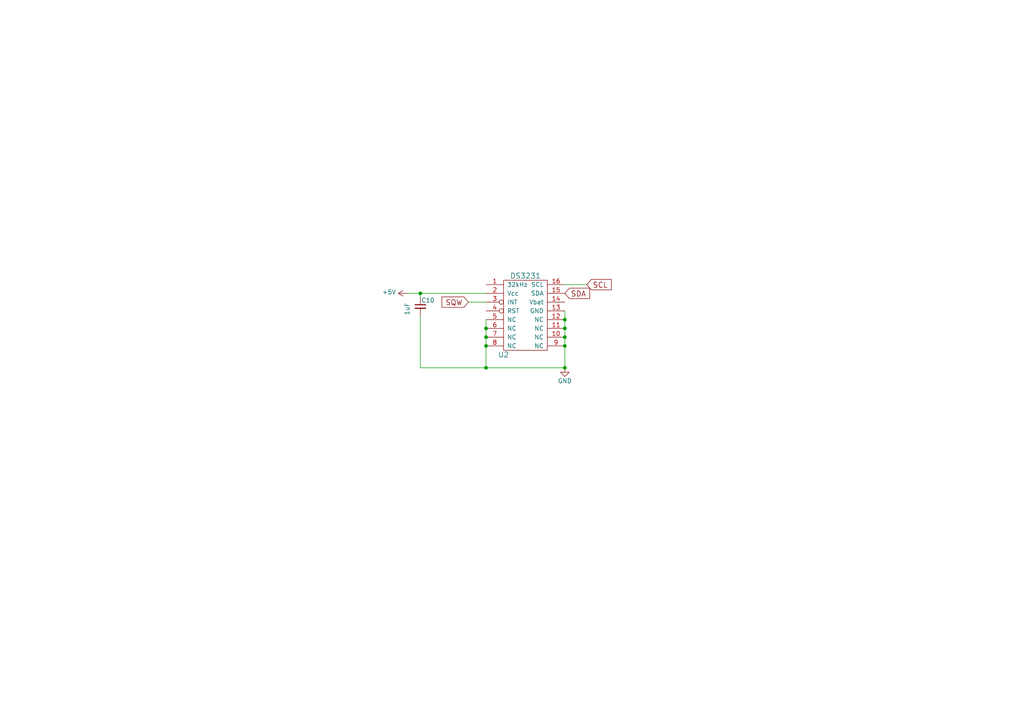
<source format=kicad_sch>
(kicad_sch (version 20211123) (generator eeschema)
  (paper "A4")
  (lib_symbols
    (symbol "nixie_control_board-rescue:+5V-power" (power) (pin_names (offset 0))
      (property "Value" "+5V-power" (at 0 3.556 0))
      (symbol "+5V-power_0_1"
        (polyline (pts (xy -0.762 1.27) (xy 0 2.54)))
        (polyline (pts (xy 0 0) (xy 0 2.54)))
        (polyline (pts (xy 0 2.54) (xy 0.762 1.27)))
      )
      (symbol "+5V-power_1_1"
        (pin power_in line (at 0 0 90) (length 0) hide (name "+5V") (number "1"))
      )
    )
    (symbol "nixie_control_board-rescue:C_Small-device" (pin_numbers hide) (pin_names (offset 0.254) hide)
      (property "Reference" "C" (at 0.254 1.778 0))
      (property "Value" "C_Small-device" (at 0.254 -2.032 0))
      (symbol "C_Small-device_0_1"
        (polyline (pts (xy -1.524 -0.508) (xy 1.524 -0.508)) (stroke (width 0.3302)))
        (polyline (pts (xy -1.524 0.508) (xy 1.524 0.508)) (stroke (width 0.3048)))
      )
      (symbol "C_Small-device_1_1"
        (pin passive line (at 0 2.54 270) (length 2.032) (name "~") (number "1"))
        (pin passive line (at 0 -2.54 90) (length 2.032) (name "~") (number "2"))
      )
    )
    (symbol "nixie_control_board-rescue:DS3231-keyboard" (pin_names (offset 1.016))
      (property "Reference" "U" (at -6.35 -11.43 0))
      (property "Value" "DS3231-keyboard" (at 0 11.43 0))
      (symbol "DS3231-keyboard_0_1"
        (rectangle (start -6.35 10.16) (end 6.35 -10.16))
      )
      (symbol "DS3231-keyboard_1_1"
        (pin input line (at -11.43 8.89 0) (length 5.08) (name "32kHz") (number "1"))
        (pin input line (at 11.43 -6.35 180) (length 5.08) (name "NC") (number "10"))
        (pin input line (at 11.43 -3.81 180) (length 5.08) (name "NC") (number "11"))
        (pin input line (at 11.43 -1.27 180) (length 5.08) (name "NC") (number "12"))
        (pin input line (at 11.43 1.27 180) (length 5.08) (name "GND") (number "13"))
        (pin input line (at 11.43 3.81 180) (length 5.08) (name "Vbat") (number "14"))
        (pin input line (at 11.43 6.35 180) (length 5.08) (name "SDA") (number "15"))
        (pin input line (at 11.43 8.89 180) (length 5.08) (name "SCL") (number "16"))
        (pin input line (at -11.43 6.35 0) (length 5.08) (name "Vcc") (number "2"))
        (pin input inverted (at -11.43 3.81 0) (length 5.08) (name "INT") (number "3"))
        (pin input inverted (at -11.43 1.27 0) (length 5.08) (name "RST") (number "4"))
        (pin input line (at -11.43 -1.27 0) (length 5.08) (name "NC") (number "5"))
        (pin input line (at -11.43 -3.81 0) (length 5.08) (name "NC") (number "6"))
        (pin input line (at -11.43 -6.35 0) (length 5.08) (name "NC") (number "7"))
        (pin input line (at -11.43 -8.89 0) (length 5.08) (name "NC") (number "8"))
        (pin input line (at 11.43 -8.89 180) (length 5.08) (name "NC") (number "9"))
      )
    )
    (symbol "nixie_control_board-rescue:GND-power" (power) (pin_names (offset 0))
      (property "Value" "GND-power" (at 0 -3.81 0))
      (symbol "GND-power_0_1"
        (polyline (pts (xy 0 0) (xy 0 -1.27) (xy 1.27 -1.27) (xy 0 -2.54) (xy -1.27 -1.27) (xy 0 -1.27)))
      )
      (symbol "GND-power_1_1"
        (pin power_in line (at 0 0 270) (length 0) hide (name "GND") (number "1"))
      )
    )
  )
  (junction (at 163.83 106.68))
  (junction (at 163.83 100.33))
  (junction (at 121.92 85.09))
  (junction (at 163.83 95.25))
  (junction (at 140.97 100.33))
  (junction (at 163.83 92.71))
  (junction (at 140.97 106.68))
  (junction (at 140.97 95.25))
  (junction (at 140.97 97.79))
  (junction (at 163.83 97.79))
  (wire (pts (xy 163.83 95.25) (xy 163.83 97.79)))
  (wire (pts (xy 163.83 97.79) (xy 163.83 100.33)))
  (wire (pts (xy 121.92 106.68) (xy 140.97 106.68)))
  (wire (pts (xy 118.11 85.09) (xy 121.92 85.09)))
  (wire (pts (xy 135.89 87.63) (xy 140.97 87.63)))
  (wire (pts (xy 140.97 97.79) (xy 140.97 100.33)))
  (wire (pts (xy 140.97 95.25) (xy 140.97 97.79)))
  (wire (pts (xy 121.92 85.09) (xy 121.92 86.36)))
  (wire (pts (xy 163.83 82.55) (xy 170.18 82.55)))
  (wire (pts (xy 140.97 106.68) (xy 163.83 106.68)))
  (wire (pts (xy 121.92 85.09) (xy 140.97 85.09)))
  (wire (pts (xy 121.92 91.44) (xy 121.92 106.68)))
  (wire (pts (xy 163.83 92.71) (xy 163.83 95.25)))
  (wire (pts (xy 163.83 100.33) (xy 163.83 106.68)))
  (wire (pts (xy 163.83 90.17) (xy 163.83 92.71)))
  (wire (pts (xy 140.97 100.33) (xy 140.97 106.68)))
  (wire (pts (xy 140.97 92.71) (xy 140.97 95.25)))
  (global_label "SQW" (shape input) (at 135.89 87.63 180) (effects (font (size 1.524 1.524))) (property "Intersheet References" "${INTERSHEET_REFS}" (effects hide)))
  (global_label "SCL" (shape input) (at 170.18 82.55 0) (effects (font (size 1.524 1.524))) (property "Intersheet References" "${INTERSHEET_REFS}" (effects hide)))
  (global_label "SDA" (shape input) (at 163.83 85.09 0) (effects (font (size 1.524 1.524))) (property "Intersheet References" "${INTERSHEET_REFS}" (effects hide)))
  (symbol (lib_id "nixie_control_board-rescue:+5V-power") (at 118.11 85.09 90) (unit 1)
    (property "Reference" "#PWR027" (effects hide))
    (property "Value" "+5V-power" (at 114.8842 84.709 90) (effects (justify left)))
  )
  (symbol (lib_id "nixie_control_board-rescue:DS3231-keyboard") (at 152.4 91.44 0) (unit 1)
    (property "Reference" "U2" (at 146.05 102.87 0) (effects (font (size 1.524 1.524))))
    (property "Value" "DS3231" (at 152.4 80.01 0) (effects (font (size 1.524 1.524))))
    (property "Footprint" "Package_SO:SOIC-16W_7.5x10.3mm_P1.27mm" (effects hide))
  )
  (symbol (lib_id "nixie_control_board-rescue:GND-power") (at 163.83 106.68 0) (unit 1)
    (property "Reference" "#PWR028" (effects hide))
    (property "Value" "GND" (at 163.83 110.49 0))
  )
  (symbol (lib_id "nixie_control_board-rescue:C_Small-device") (at 121.92 88.9 0) (unit 1)
    (property "Reference" "C10" (at 122.174 87.122 0) (effects (justify left)))
    (property "Value" "1uF" (at 118.11 91.44 90) (effects (justify left)))
    (property "Footprint" "Capacitor_SMD:C_0603_1608Metric" (effects hide))
  )
)
</source>
